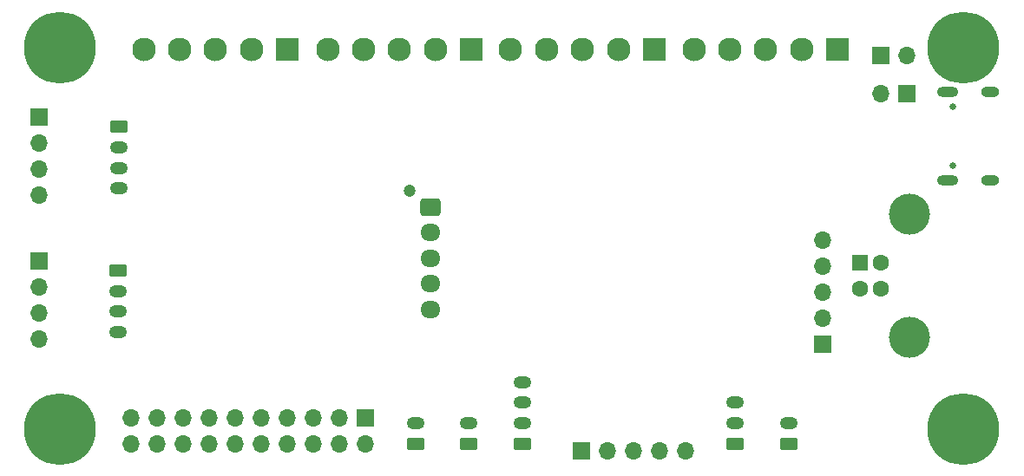
<source format=gbr>
%TF.GenerationSoftware,KiCad,Pcbnew,(7.0.0-0)*%
%TF.CreationDate,2023-06-11T14:21:35-06:00*%
%TF.ProjectId,ReflexFightingBoard,5265666c-6578-4466-9967-6874696e6742,rev?*%
%TF.SameCoordinates,Original*%
%TF.FileFunction,Soldermask,Bot*%
%TF.FilePolarity,Negative*%
%FSLAX46Y46*%
G04 Gerber Fmt 4.6, Leading zero omitted, Abs format (unit mm)*
G04 Created by KiCad (PCBNEW (7.0.0-0)) date 2023-06-11 14:21:35*
%MOMM*%
%LPD*%
G01*
G04 APERTURE LIST*
G04 Aperture macros list*
%AMRoundRect*
0 Rectangle with rounded corners*
0 $1 Rounding radius*
0 $2 $3 $4 $5 $6 $7 $8 $9 X,Y pos of 4 corners*
0 Add a 4 corners polygon primitive as box body*
4,1,4,$2,$3,$4,$5,$6,$7,$8,$9,$2,$3,0*
0 Add four circle primitives for the rounded corners*
1,1,$1+$1,$2,$3*
1,1,$1+$1,$4,$5*
1,1,$1+$1,$6,$7*
1,1,$1+$1,$8,$9*
0 Add four rect primitives between the rounded corners*
20,1,$1+$1,$2,$3,$4,$5,0*
20,1,$1+$1,$4,$5,$6,$7,0*
20,1,$1+$1,$6,$7,$8,$9,0*
20,1,$1+$1,$8,$9,$2,$3,0*%
G04 Aperture macros list end*
%ADD10R,1.700000X1.700000*%
%ADD11O,1.700000X1.700000*%
%ADD12RoundRect,0.249999X-0.625001X0.350001X-0.625001X-0.350001X0.625001X-0.350001X0.625001X0.350001X0*%
%ADD13O,1.750000X1.200000*%
%ADD14RoundRect,0.250000X0.625000X-0.350000X0.625000X0.350000X-0.625000X0.350000X-0.625000X-0.350000X0*%
%ADD15R,2.300000X2.300000*%
%ADD16C,2.300000*%
%ADD17C,7.000000*%
%ADD18R,1.600000X1.600000*%
%ADD19C,1.600000*%
%ADD20C,4.000000*%
%ADD21C,1.200000*%
%ADD22RoundRect,0.250000X-0.725000X0.600000X-0.725000X-0.600000X0.725000X-0.600000X0.725000X0.600000X0*%
%ADD23O,1.950000X1.700000*%
%ADD24C,0.650000*%
%ADD25O,2.100000X1.000000*%
%ADD26O,1.800000X1.000000*%
G04 APERTURE END LIST*
D10*
%TO.C,J2*%
X137159999Y-119379999D03*
D11*
X137159999Y-121919999D03*
X134619999Y-119379999D03*
X134619999Y-121919999D03*
X132079999Y-119379999D03*
X132079999Y-121919999D03*
X129539999Y-119379999D03*
X129539999Y-121919999D03*
X126999999Y-119379999D03*
X126999999Y-121919999D03*
X124459999Y-119379999D03*
X124459999Y-121919999D03*
X121919999Y-119379999D03*
X121919999Y-121919999D03*
X119379999Y-119379999D03*
X119379999Y-121919999D03*
X116839999Y-119379999D03*
X116839999Y-121919999D03*
X114299999Y-119379999D03*
X114299999Y-121919999D03*
%TD*%
D12*
%TO.C,J1*%
X113100000Y-90982800D03*
D13*
X113099999Y-92982799D03*
X113099999Y-94982799D03*
X113099999Y-96982799D03*
%TD*%
D14*
%TO.C,J3*%
X142050000Y-121900000D03*
D13*
X142049999Y-119899999D03*
%TD*%
D14*
%TO.C,J4*%
X147250000Y-121900000D03*
D13*
X147249999Y-119899999D03*
%TD*%
D15*
%TO.C,J5*%
X165324999Y-83449999D03*
D16*
X161825000Y-83450000D03*
X158325000Y-83450000D03*
X154825000Y-83450000D03*
X151325000Y-83450000D03*
%TD*%
D15*
%TO.C,J6*%
X147474999Y-83449999D03*
D16*
X143975000Y-83450000D03*
X140475000Y-83450000D03*
X136975000Y-83450000D03*
X133475000Y-83450000D03*
%TD*%
D15*
%TO.C,J7*%
X129524999Y-83449999D03*
D16*
X126025000Y-83450000D03*
X122525000Y-83450000D03*
X119025000Y-83450000D03*
X115525000Y-83450000D03*
%TD*%
D15*
%TO.C,J8*%
X183199999Y-83449999D03*
D16*
X179700000Y-83450000D03*
X176200000Y-83450000D03*
X172700000Y-83450000D03*
X169200000Y-83450000D03*
%TD*%
D12*
%TO.C,J12*%
X113000000Y-105000000D03*
D13*
X112999999Y-106999999D03*
X112999999Y-108999999D03*
X112999999Y-110999999D03*
%TD*%
D17*
%TO.C,H1*%
X107378000Y-83200000D03*
%TD*%
%TO.C,H3*%
X107378000Y-120460000D03*
%TD*%
%TO.C,H4*%
X195517000Y-120460000D03*
%TD*%
%TO.C,H2*%
X195517000Y-83248000D03*
%TD*%
D14*
%TO.C,J26*%
X178450000Y-121900000D03*
D13*
X178449999Y-119899999D03*
%TD*%
D10*
%TO.C,J20*%
X187399999Y-84001951D03*
D11*
X189939999Y-84001951D03*
%TD*%
D14*
%TO.C,J21*%
X152450000Y-121900000D03*
D13*
X152449999Y-119899999D03*
X152449999Y-117899999D03*
X152449999Y-115899999D03*
%TD*%
D14*
%TO.C,J11*%
X173250000Y-121900000D03*
D13*
X173249999Y-119899999D03*
X173249999Y-117899999D03*
%TD*%
D10*
%TO.C,J14*%
X189999999Y-87699999D03*
D11*
X187459999Y-87699999D03*
%TD*%
D18*
%TO.C,J16*%
X185399999Y-104249999D03*
D19*
X185400000Y-106750000D03*
X187400000Y-106750000D03*
X187400000Y-104250000D03*
D20*
X190260000Y-99500000D03*
X190260000Y-111500000D03*
%TD*%
D10*
%TO.C,J19*%
X105299999Y-89999999D03*
D11*
X105299999Y-92539999D03*
X105299999Y-95079999D03*
X105299999Y-97619999D03*
%TD*%
D10*
%TO.C,J22*%
X158224999Y-122574999D03*
D11*
X160764999Y-122574999D03*
X163304999Y-122574999D03*
X165844999Y-122574999D03*
X168384999Y-122574999D03*
%TD*%
D10*
%TO.C,J10*%
X105299999Y-104099999D03*
D11*
X105299999Y-106639999D03*
X105299999Y-109179999D03*
X105299999Y-111719999D03*
%TD*%
D21*
%TO.C,J17*%
X141500000Y-97200000D03*
D22*
X143500000Y-98800000D03*
D23*
X143499999Y-101299999D03*
X143499999Y-103799999D03*
X143499999Y-106299999D03*
X143499999Y-108799999D03*
%TD*%
D24*
%TO.C,J15*%
X194443337Y-94764000D03*
X194493337Y-88984000D03*
D25*
X193943336Y-96193999D03*
D26*
X198093336Y-96193999D03*
D25*
X193943336Y-87553999D03*
D26*
X198093336Y-87553999D03*
%TD*%
D10*
%TO.C,J24*%
X181799999Y-112199999D03*
D11*
X181799999Y-109659999D03*
X181799999Y-107119999D03*
X181799999Y-104579999D03*
X181799999Y-102039999D03*
%TD*%
M02*

</source>
